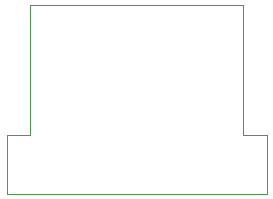
<source format=gm1>
G04 #@! TF.GenerationSoftware,KiCad,Pcbnew,(5.1.0)-1*
G04 #@! TF.CreationDate,2019-10-02T17:07:43-04:00*
G04 #@! TF.ProjectId,MiniDin8Adapter,4d696e69-4469-46e3-9841-646170746572,rev?*
G04 #@! TF.SameCoordinates,Original*
G04 #@! TF.FileFunction,Profile,NP*
%FSLAX46Y46*%
G04 Gerber Fmt 4.6, Leading zero omitted, Abs format (unit mm)*
G04 Created by KiCad (PCBNEW (5.1.0)-1) date 2019-10-02 17:07:43*
%MOMM*%
%LPD*%
G04 APERTURE LIST*
%ADD10C,0.050000*%
G04 APERTURE END LIST*
D10*
X138000000Y-112000000D02*
X138000000Y-101000000D01*
X136000000Y-112000000D02*
X138000000Y-112000000D01*
X158000000Y-112000000D02*
X158000000Y-117000000D01*
X156000000Y-112000000D02*
X158000000Y-112000000D01*
X156000000Y-101000000D02*
X156000000Y-112000000D01*
X138000000Y-101000000D02*
X156000000Y-101000000D01*
X136000000Y-117000000D02*
X136000000Y-112000000D01*
X158000000Y-117000000D02*
X136000000Y-117000000D01*
M02*

</source>
